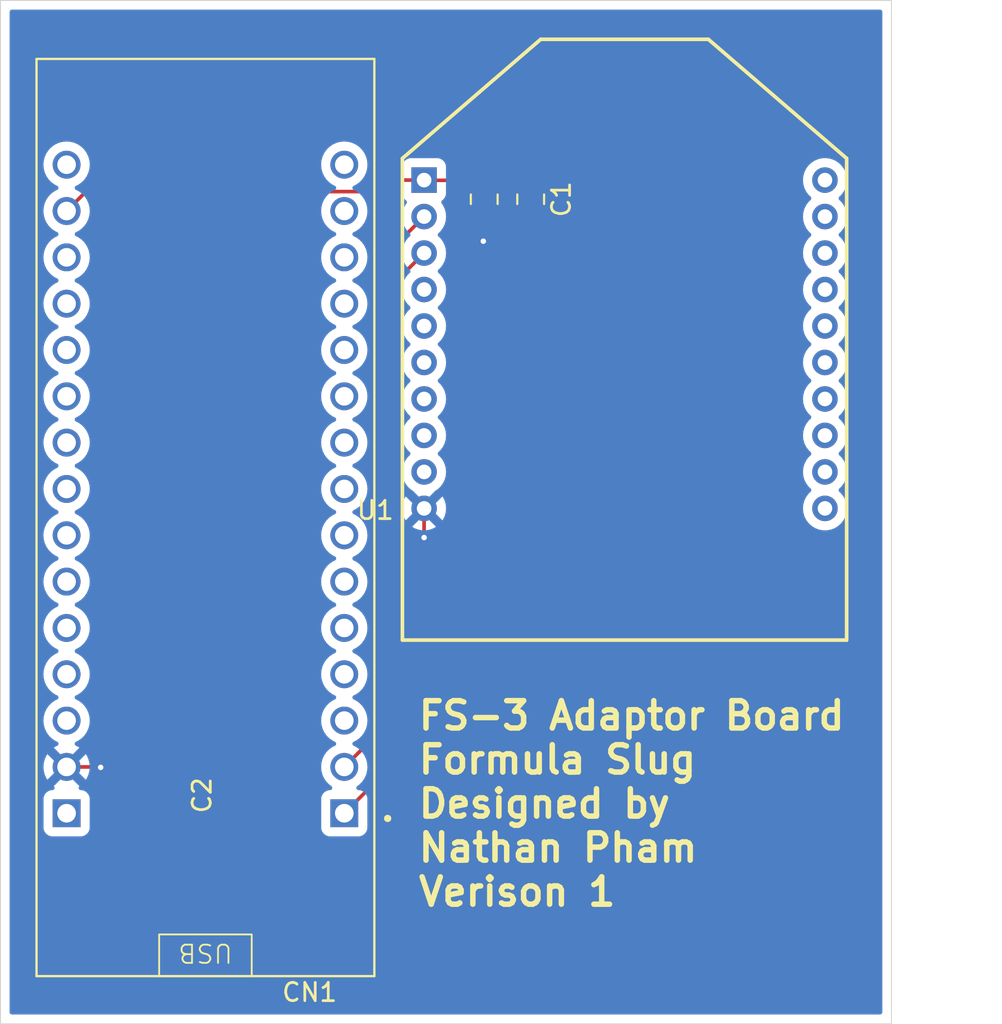
<source format=kicad_pcb>
(kicad_pcb (version 20240108) (generator "pcbnew") (generator_version "8.0")
  (layers (0 "F.Cu" signal) (31 "B.Cu" signal) (34 "B.Paste" user) (35 "F.Paste" user) (36 "B.SilkS" user "B.Silkscreen") (37 "F.SilkS" user "F.Silkscreen") (38 "B.Mask" user) (39 "F.Mask" user) (44 "Edge.Cuts" user))
  (net 0 "")
  (net 2 "GND")
  (net 8 "/RADIO_RESET")
  (net 14 "/RADIO_IN")
  (net 17 "/RADIO_OUT")
  (net 19 "+3V3")
  (footprint "FS_3_Global_Footprint_Library:NUCLEO-L432KC" (layer "F.Cu") (at 125.1 71.05 180)
    (property "Reference" "CN1" (at -5.715 -26.035 0) (layer "F.SilkS"))
    (property "Value" "NUCLEO-L432KC")
    (fp_line (start 9.27 25.145) (end -9.27 25.145) (stroke (width 0.127)) (layer "F.SilkS"))
    (fp_line (start 9.27 -25.145) (end 9.27 25.145) (stroke (width 0.127)) (layer "F.SilkS"))
    (fp_line (start -9.27 25.145) (end -9.27 -25.145) (stroke (width 0.127)) (layer "F.SilkS"))
    (fp_line (start -9.27 -25.145) (end 9.27 -25.145) (stroke (width 0.127)) (layer "F.SilkS"))
    (fp_rect (start -2.54 -25.146) (end 2.54 -22.86) (stroke (width 0.1)) (fill none) (layer "F.SilkS"))
    (fp_circle (center -10 -16.5) (end -9.9 -16.5) (stroke (width 0.2)) (fill none) (layer "F.SilkS"))
    (fp_text user "USB" (at 0 -23.876 180) (layer "F.SilkS") (effects (font (thickness 0.1))))
    (pad "CN3_1" thru_hole rect (at -7.62 -16.215 180) (size 1.53 1.53) (drill 1.02) (layers "*.Cu" "*.Mask") (net 14 "/RADIO_IN"))
    (pad "CN3_2" thru_hole circle (at -7.62 -13.675 180) (size 1.53 1.53) (drill 1.02) (layers "*.Cu" "*.Mask") (net 17 "/RADIO_OUT"))
    (pad "CN3_3" thru_hole circle (at -7.62 -11.135 180) (size 1.53 1.53) (drill 1.02) (layers "*.Cu" "*.Mask"))
    (pad "CN3_4" thru_hole circle (at -7.62 -8.595 180) (size 1.53 1.53) (drill 1.02) (layers "*.Cu" "*.Mask"))
    (pad "CN3_5" thru_hole circle (at -7.62 -6.055 180) (size 1.53 1.53) (drill 1.02) (layers "*.Cu" "*.Mask"))
    (pad "CN3_6" thru_hole circle (at -7.62 -3.515 180) (size 1.53 1.53) (drill 1.02) (layers "*.Cu" "*.Mask"))
    (pad "CN3_7" thru_hole circle (at -7.62 -0.975 180) (size 1.53 1.53) (drill 1.02) (layers "*.Cu" "*.Mask"))
    (pad "CN3_8" thru_hole circle (at -7.62 1.565 180) (size 1.53 1.53) (drill 1.02) (layers "*.Cu" "*.Mask"))
    (pad "CN3_9" thru_hole circle (at -7.62 4.105 180) (size 1.53 1.53) (drill 1.02) (layers "*.Cu" "*.Mask"))
    (pad "CN3_10" thru_hole circle (at -7.62 6.645 180) (size 1.53 1.53) (drill 1.02) (layers "*.Cu" "*.Mask"))
    (pad "CN3_11" thru_hole circle (at -7.62 9.185 180) (size 1.53 1.53) (drill 1.02) (layers "*.Cu" "*.Mask"))
    (pad "CN3_12" thru_hole circle (at -7.62 11.725 180) (size 1.53 1.53) (drill 1.02) (layers "*.Cu" "*.Mask") (net 8 "/RADIO_RESET"))
    (pad "CN3_13" thru_hole circle (at -7.62 14.265 180) (size 1.53 1.53) (drill 1.02) (layers "*.Cu" "*.Mask"))
    (pad "CN3_14" thru_hole circle (at -7.62 16.805 180) (size 1.53 1.53) (drill 1.02) (layers "*.Cu" "*.Mask"))
    (pad "CN3_15" thru_hole circle (at -7.62 19.345 180) (size 1.53 1.53) (drill 1.02) (layers "*.Cu" "*.Mask"))
    (pad "CN4_1" thru_hole rect (at 7.62 -16.215 180) (size 1.53 1.53) (drill 1.02) (layers "*.Cu" "*.Mask"))
    (pad "CN4_2" thru_hole circle (at 7.62 -13.675 180) (size 1.53 1.53) (drill 1.02) (layers "*.Cu" "*.Mask") (net 2 "GND"))
    (pad "CN4_3" thru_hole circle (at 7.62 -11.135 180) (size 1.53 1.53) (drill 1.02) (layers "*.Cu" "*.Mask"))
    (pad "CN4_4" thru_hole circle (at 7.62 -8.595 180) (size 1.53 1.53) (drill 1.02) (layers "*.Cu" "*.Mask"))
    (pad "CN4_5" thru_hole circle (at 7.62 -6.055 180) (size 1.53 1.53) (drill 1.02) (layers "*.Cu" "*.Mask"))
    (pad "CN4_6" thru_hole circle (at 7.62 -3.515 180) (size 1.53 1.53) (drill 1.02) (layers "*.Cu" "*.Mask"))
    (pad "CN4_7" thru_hole circle (at 7.62 -0.975 180) (size 1.53 1.53) (drill 1.02) (layers "*.Cu" "*.Mask"))
    (pad "CN4_8" thru_hole circle (at 7.62 1.565 180) (size 1.53 1.53) (drill 1.02) (layers "*.Cu" "*.Mask"))
    (pad "CN4_9" thru_hole circle (at 7.62 4.105 180) (size 1.53 1.53) (drill 1.02) (layers "*.Cu" "*.Mask"))
    (pad "CN4_10" thru_hole circle (at 7.62 6.645 180) (size 1.53 1.53) (drill 1.02) (layers "*.Cu" "*.Mask"))
    (pad "CN4_11" thru_hole circle (at 7.62 9.185 180) (size 1.53 1.53) (drill 1.02) (layers "*.Cu" "*.Mask"))
    (pad "CN4_12" thru_hole circle (at 7.62 11.725 180) (size 1.53 1.53) (drill 1.02) (layers "*.Cu" "*.Mask"))
    (pad "CN4_13" thru_hole circle (at 7.62 14.265 180) (size 1.53 1.53) (drill 1.02) (layers "*.Cu" "*.Mask"))
    (pad "CN4_14" thru_hole circle (at 7.62 16.805 180) (size 1.53 1.53) (drill 1.02) (layers "*.Cu" "*.Mask") (net 19 "+3V3"))
    (pad "CN4_15" thru_hole circle (at 7.62 19.345 180) (size 1.53 1.53) (drill 1.02) (layers "*.Cu" "*.Mask"))
  )
  (footprint "Capacitor_SMD:C_0805_2012Metric_Pad1.18x1.45mm_HandSolder" (layer "F.Cu") (at 142.95 53.6 -90)
    (property "Reference" "C1" (at 0 -1.68 90) (layer "F.SilkS"))
    (property "Value" "1.0 uF")
    (fp_line (start -0.261252 0.735) (end 0.261252 0.735) (stroke (width 0.12)) (layer "F.SilkS"))
    (fp_line (start -0.261252 -0.735) (end 0.261252 -0.735) (stroke (width 0.12)) (layer "F.SilkS"))
    (pad "1" smd roundrect (at -1.0375 0 270) (size 1.175 1.45) (layers "F.Cu" "F.Paste" "F.Mask") (roundrect_rratio 0.212766) (net 19 "+3V3"))
    (pad "2" smd roundrect (at 1.0375 0 270) (size 1.175 1.45) (layers "F.Cu" "F.Paste" "F.Mask") (roundrect_rratio 0.212766) (net 2 "GND"))
  )
  (footprint "FS_3_Global_Footprint_Library:XBP9B-DPST-001" (layer "F.Cu") (at 148.1 61.3)
    (property "Reference" "U1" (at -13.67664 9.3535 0) (layer "F.SilkS") (effects (font (size 1.003055 1.003055))))
    (property "Value" "XBP9B-DPST-001")
    (fp_line (start -12.19 -9.94) (end -4.6 -16.47) (stroke (width 0.2)) (layer "F.SilkS"))
    (fp_line (start -12.19 16.47) (end -12.19 -9.94) (stroke (width 0.2)) (layer "F.SilkS"))
    (fp_line (start -4.6 -16.47) (end 4.6 -16.47) (stroke (width 0.2)) (layer "F.SilkS"))
    (fp_line (start 12.19 -9.94) (end 4.6 -16.47) (stroke (width 0.2)) (layer "F.SilkS"))
    (fp_line (start 12.19 -9.94) (end 12.19 16.47) (stroke (width 0.2)) (layer "F.SilkS"))
    (fp_line (start 12.19 16.47) (end -12.19 16.47) (stroke (width 0.2)) (layer "F.SilkS"))
    (pad "1" thru_hole rect (at -11 -8.75) (size 1.4 1.4) (drill 0.8) (layers "*.Cu" "*.Mask") (net 19 "+3V3"))
    (pad "2" thru_hole circle (at -11 -6.75) (size 1.4 1.4) (drill 0.8) (layers "*.Cu" "*.Mask") (net 17 "/RADIO_OUT"))
    (pad "3" thru_hole circle (at -11 -4.75) (size 1.4 1.4) (drill 0.8) (layers "*.Cu" "*.Mask") (net 14 "/RADIO_IN"))
    (pad "4" thru_hole circle (at -11 -2.75) (size 1.4 1.4) (drill 0.8) (layers "*.Cu" "*.Mask"))
    (pad "5" thru_hole circle (at -11 -0.75) (size 1.4 1.4) (drill 0.8) (layers "*.Cu" "*.Mask") (net 8 "/RADIO_RESET"))
    (pad "6" thru_hole circle (at -11 1.25) (size 1.4 1.4) (drill 0.8) (layers "*.Cu" "*.Mask"))
    (pad "7" thru_hole circle (at -11 3.25) (size 1.4 1.4) (drill 0.8) (layers "*.Cu" "*.Mask"))
    (pad "8" thru_hole circle (at -11 5.25) (size 1.4 1.4) (drill 0.8) (layers "*.Cu" "*.Mask"))
    (pad "9" thru_hole circle (at -11 7.25) (size 1.4 1.4) (drill 0.8) (layers "*.Cu" "*.Mask"))
    (pad "10" thru_hole circle (at -11 9.25) (size 1.4 1.4) (drill 0.8) (layers "*.Cu" "*.Mask") (net 2 "GND"))
    (pad "11" thru_hole circle (at 11 9.25) (size 1.4 1.4) (drill 0.8) (layers "*.Cu" "*.Mask"))
    (pad "12" thru_hole circle (at 11 7.25) (size 1.4 1.4) (drill 0.8) (layers "*.Cu" "*.Mask"))
    (pad "13" thru_hole circle (at 11 5.25) (size 1.4 1.4) (drill 0.8) (layers "*.Cu" "*.Mask"))
    (pad "14" thru_hole circle (at 11 3.25) (size 1.4 1.4) (drill 0.8) (layers "*.Cu" "*.Mask"))
    (pad "15" thru_hole circle (at 11 1.25) (size 1.4 1.4) (drill 0.8) (layers "*.Cu" "*.Mask"))
    (pad "16" thru_hole circle (at 11 -0.75) (size 1.4 1.4) (drill 0.8) (layers "*.Cu" "*.Mask"))
    (pad "17" thru_hole circle (at 11 -2.75) (size 1.4 1.4) (drill 0.8) (layers "*.Cu" "*.Mask"))
    (pad "18" thru_hole circle (at 11 -4.75) (size 1.4 1.4) (drill 0.8) (layers "*.Cu" "*.Mask"))
    (pad "19" thru_hole circle (at 11 -6.75) (size 1.4 1.4) (drill 0.8) (layers "*.Cu" "*.Mask"))
    (pad "20" thru_hole circle (at 11 -8.75) (size 1.4 1.4) (drill 0.8) (layers "*.Cu" "*.Mask"))
  )
  (footprint "Capacitor_SMD:C_0805_2012Metric_Pad1.18x1.45mm_HandSolder" (layer "F.Cu") (at 140.4 53.6 -90)
    (property "Reference" "C2" (at 32.6825 15.49 90) (layer "F.SilkS"))
    (property "Value" "47 pF")
    (fp_line (start -0.261252 0.735) (end 0.261252 0.735) (stroke (width 0.12)) (layer "F.SilkS"))
    (fp_line (start -0.261252 -0.735) (end 0.261252 -0.735) (stroke (width 0.12)) (layer "F.SilkS"))
    (pad "1" smd roundrect (at -1.0375 0 270) (size 1.175 1.45) (layers "F.Cu" "F.Paste" "F.Mask") (roundrect_rratio 0.212766) (net 19 "+3V3"))
    (pad "2" smd roundrect (at 1.0375 0 270) (size 1.175 1.45) (layers "F.Cu" "F.Paste" "F.Mask") (roundrect_rratio 0.212766) (net 2 "GND"))
  )
  (gr_rect (start 113.85 42.7) (end 162.75 98.8) (stroke (width 0.05)) (fill none) (layer "Edge.Cuts"))
  (gr_text "FS-3 Adaptor Board\nFormula Slug\nDesigned by \nNathan Pham\nVerison 1\n" (at 136.65 92.45 0) (layer "F.SilkS") (effects (font (size 1.5 1.5) (thickness 0.3) (bold yes)) (justify left bottom)))
  (segment (start 137.1 70.55) (end 137.1 72.15) (width 0.2) (layer "F.Cu") (net 2))
  (segment (start 119.325 84.725) (end 119.35 84.75) (width 0.2) (layer "F.Cu") (net 2))
  (segment (start 117.48 84.725) (end 119.325 84.725) (width 0.2) (layer "F.Cu") (net 2))
  (segment (start 140.4 54.6375) (end 142.95 54.6375) (width 0.2) (layer "F.Cu") (net 2))
  (segment (start 140.4 54.6375) (end 140.4 55.85) (width 0.2) (layer "F.Cu") (net 2))
  (segment (start 140.4 55.85) (end 140.35 55.9) (width 0.2) (layer "F.Cu") (net 2))
  (via (at 140.35 55.9) (size 0.6) (drill 0.3) (layers "F.Cu" "B.Cu") (net 2))
  (via (at 137.1 72.15) (size 0.6) (drill 0.3) (layers "F.Cu" "B.Cu") (net 2))
  (via (at 119.35 84.75) (size 0.6) (drill 0.3) (layers "F.Cu" "B.Cu") (net 2))
  (segment (start 135.5 58.15) (end 137.1 56.55) (width 0.2) (layer "F.Cu") (net 14))
  (segment (start 135.5 84.485) (end 135.5 58.15) (width 0.2) (layer "F.Cu") (net 14))
  (segment (start 132.72 87.265) (end 135.5 84.485) (width 0.2) (layer "F.Cu") (net 14))
  (segment (start 132.72 84.725) (end 134.95 82.495) (width 0.2) (layer "F.Cu") (net 17))
  (segment (start 137.1 54.55) (end 134.95 56.7) (width 0.2) (layer "F.Cu") (net 17))
  (segment (start 134.95 56.7) (end 134.95 82.35) (width 0.2) (layer "F.Cu") (net 17))
  (segment (start 134.95 82.495) (end 134.95 82.35) (width 0.2) (layer "F.Cu") (net 17))
  (segment (start 118.545 53.18) (end 134.52 53.18) (width 0.2) (layer "F.Cu") (net 19))
  (segment (start 135.15 52.55) (end 137.1 52.55) (width 0.2) (layer "F.Cu") (net 19))
  (segment (start 140.4 52.5625) (end 137.1125 52.5625) (width 0.2) (layer "F.Cu") (net 19))
  (segment (start 142.95 52.5625) (end 140.4 52.5625) (width 0.2) (layer "F.Cu") (net 19))
  (segment (start 117.48 54.245) (end 118.545 53.18) (width 0.2) (layer "F.Cu") (net 19))
  (segment (start 134.52 53.18) (end 135.15 52.55) (width 0.2) (layer "F.Cu") (net 19))
  (segment (start 137.1125 52.5625) (end 137.1 52.55) (width 0.2) (layer "F.Cu") (net 19))
  (zone (net 2) (net_name "GND") (layer "B.Cu") (connect_pads (clearance 0.5)) (min_thickness 0.25) (fill yes (thermal_gap 0.5) (thermal_bridge_width 0.5) (island_removal_mode 1) (island_area_min 9.999999))
    (polygon (pts (xy 114.05 42.95) (xy 114 98.5) (xy 162.55 98.55) (xy 162.65 42.9)))
  )
)
</source>
